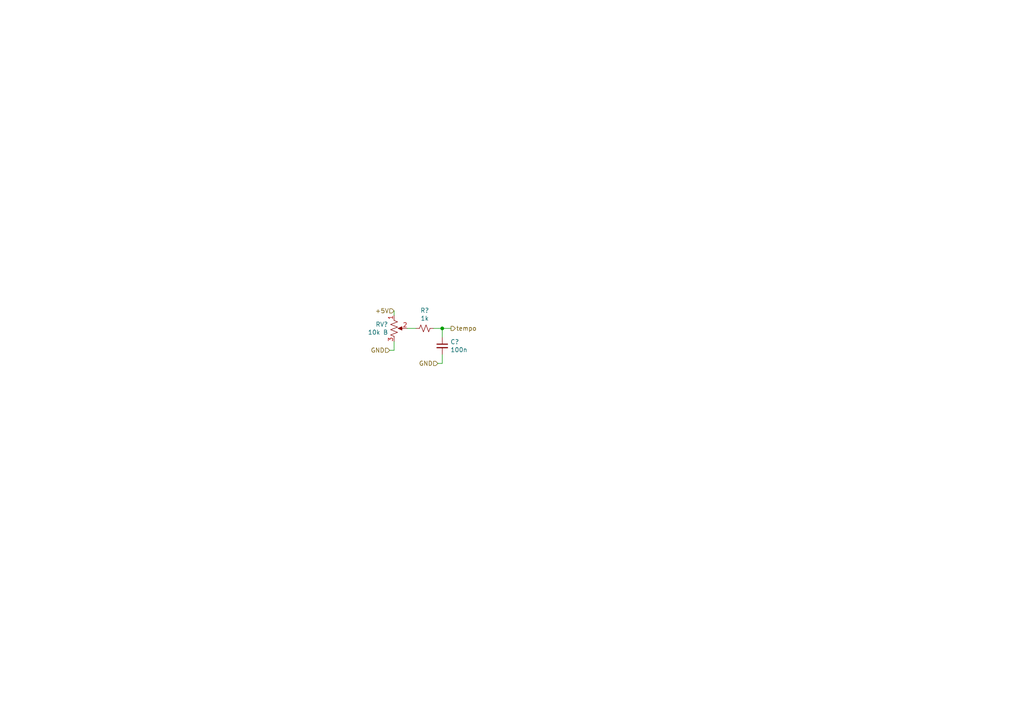
<source format=kicad_sch>
(kicad_sch (version 20211123) (generator eeschema)
  (paper "A4")
  (lib_symbols
    (symbol "Device:C_Small" (pin_numbers hide) (pin_names (offset 0.254) hide)
      (property "Reference" "C" (at 0.254 1.778 0))
      (property "Value" "C_Small" (at 0.254 -2.032 0))
      (symbol "C_Small_0_1"
        (polyline (pts (xy -1.524 -0.508) (xy 1.524 -0.508)) (stroke (width 0.3302)))
        (polyline (pts (xy -1.524 0.508) (xy 1.524 0.508)) (stroke (width 0.3048)))
      )
      (symbol "C_Small_1_1"
        (pin passive line (at 0 2.54 270) (length 2.032) (name "~") (number "1"))
        (pin passive line (at 0 -2.54 90) (length 2.032) (name "~") (number "2"))
      )
    )
    (symbol "Device:R_Potentiometer_US" (pin_names (offset 1.016) hide)
      (property "Reference" "RV" (at -4.445 0 90))
      (property "Value" "R_Potentiometer_US" (at -2.54 0 90))
      (symbol "R_Potentiometer_US_0_1"
        (polyline (pts (xy 0 -2.286) (xy 0 -2.54)))
        (polyline (pts (xy 0 2.54) (xy 0 2.286)))
        (polyline (pts (xy 2.54 0) (xy 1.524 0)))
        (polyline (pts (xy 1.143 0) (xy 2.286 0.508) (xy 2.286 -0.508) (xy 1.143 0)) (fill (type outline)))
        (polyline (pts (xy 0 -0.762) (xy 1.016 -1.143) (xy 0 -1.524) (xy -1.016 -1.905) (xy 0 -2.286)))
        (polyline (pts (xy 0 0.762) (xy 1.016 0.381) (xy 0 0) (xy -1.016 -0.381) (xy 0 -0.762)))
        (polyline (pts (xy 0 2.286) (xy 1.016 1.905) (xy 0 1.524) (xy -1.016 1.143) (xy 0 0.762)))
      )
      (symbol "R_Potentiometer_US_1_1"
        (pin passive line (at 0 3.81 270) (length 1.27) (name "1") (number "1"))
        (pin passive line (at 3.81 0 180) (length 1.27) (name "2") (number "2"))
        (pin passive line (at 0 -3.81 90) (length 1.27) (name "3") (number "3"))
      )
    )
    (symbol "Device:R_Small_US" (pin_numbers hide) (pin_names (offset 0.254) hide)
      (property "Reference" "R" (at 0.762 0.508 0))
      (property "Value" "R_Small_US" (at 0.762 -1.016 0))
      (symbol "R_Small_US_1_1"
        (polyline (pts (xy 0 0) (xy 1.016 -0.381) (xy 0 -0.762) (xy -1.016 -1.143) (xy 0 -1.524)))
        (polyline (pts (xy 0 1.524) (xy 1.016 1.143) (xy 0 0.762) (xy -1.016 0.381) (xy 0 0)))
        (pin passive line (at 0 2.54 270) (length 1.016) (name "~") (number "1"))
        (pin passive line (at 0 -2.54 90) (length 1.016) (name "~") (number "2"))
      )
    )
  )
  (junction (at 128.27 95.25))
  (wire (pts (xy 114.3 90.17) (xy 114.3 91.44)))
  (wire (pts (xy 128.27 95.25) (xy 130.81 95.25)))
  (wire (pts (xy 127 105.41) (xy 128.27 105.41)))
  (wire (pts (xy 114.3 99.06) (xy 114.3 101.6)))
  (wire (pts (xy 113.03 101.6) (xy 114.3 101.6)))
  (wire (pts (xy 125.73 95.25) (xy 128.27 95.25)))
  (wire (pts (xy 128.27 95.25) (xy 128.27 97.79)))
  (wire (pts (xy 128.27 105.41) (xy 128.27 102.87)))
  (wire (pts (xy 118.11 95.25) (xy 120.65 95.25)))
  (hierarchical_label "tempo" (shape output) (at 130.81 95.25 0))
  (hierarchical_label "GND" (shape input) (at 113.03 101.6 180))
  (hierarchical_label "+5V" (shape input) (at 114.3 90.17 180))
  (hierarchical_label "GND" (shape input) (at 127 105.41 180))
  (symbol (lib_id "Device:R_Potentiometer_US") (at 114.3 95.25 0) (unit 1)
    (property "Reference" "RV?" (at 112.5728 94.0816 0) (effects (justify right)))
    (property "Value" "10k B" (at 112.5728 96.393 0) (effects (justify right)))
    (property "Footprint" "Potentiometer_THT:Potentiometer_Alps_RK09L_Single_Vertical" (effects hide))
  )
  (symbol (lib_id "Device:R_Small_US") (at 123.19 95.25 90) (unit 1)
    (property "Reference" "R?" (at 123.19 90.043 90))
    (property "Value" "1k" (at 123.19 92.3544 90))
    (property "Footprint" "Resistor_SMD:R_0805_2012Metric" (effects hide))
  )
  (symbol (lib_id "Device:C_Small") (at 128.27 100.33 0) (unit 1)
    (property "Reference" "C?" (at 130.6068 99.1616 0) (effects (justify left)))
    (property "Value" "100n" (at 130.6068 101.473 0) (effects (justify left)))
    (property "Footprint" "Capacitor_SMD:C_0805_2012Metric" (effects hide))
  )
)
</source>
